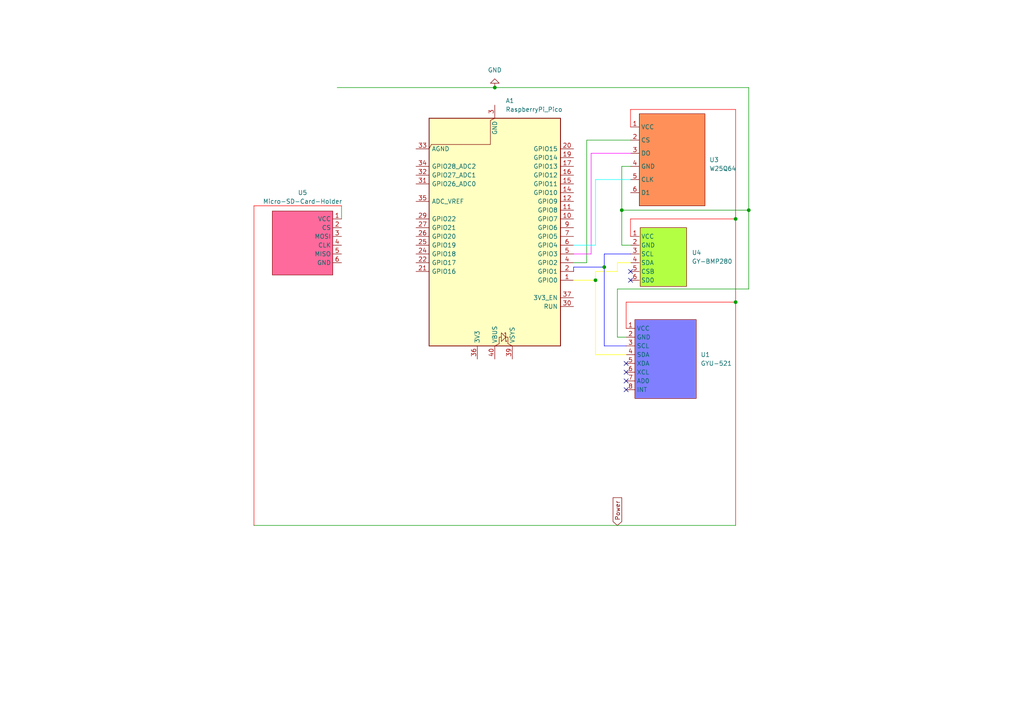
<source format=kicad_sch>
(kicad_sch (version 20250114) (generator "eeschema") (generator_version "9.0")
  (paper "A4")
  (lib_symbols
    (symbol "FlightComputerV1Parts:DollaTek W25Q64"
      (property "Reference" "U" (at 4.318 -2.794 0))
      (property "Value" "W25Q64" (at 4.826 -5.334 0))
      (symbol "DollaTek W25Q64_1_1"
        (rectangle (start -5.08 11.43) (end 13.97 -15.24) (fill (type color) (color 255 144 89 1)))
        (pin power_in line (at -7.62 7.62 0) (length 2.54) (name "VCC") (number "1"))
        (pin input line (at -7.62 3.81 0) (length 2.54) (name "CS") (number "2"))
        (pin output line (at -7.62 0 0) (length 2.54) (name "DO") (number "3"))
        (pin power_in line (at -7.62 -3.81 0) (length 2.54) (name "GND") (number "4"))
        (pin passive line (at -7.62 -7.62 0) (length 2.54) (name "CLK") (number "5"))
        (pin input line (at -7.62 -11.43 0) (length 2.54) (name "D1") (number "6"))
      )
    )
    (symbol "FlightComputerV1Parts:GY-521_MPU6050"
      (property "Reference" "U" (at 9.906 -9.652 0))
      (property "Value" "GYU-521" (at 9.906 -4.318 0))
      (symbol "GY-521_MPU6050_1_1"
        (rectangle (start 0 2.54) (end 17.78 -20.32) (fill (type color) (color 127 127 255 1)))
        (pin power_in line (at -2.54 0 0) (length 2.54) (name "VCC") (number "1"))
        (pin power_in line (at -2.54 -2.54 0) (length 2.54) (name "GND") (number "2"))
        (pin output line (at -2.54 -5.08 0) (length 2.54) (name "SCL") (number "3"))
        (pin bidirectional line (at -2.54 -7.62 0) (length 2.54) (name "SDA") (number "4"))
        (pin bidirectional line (at -2.54 -10.16 0) (length 2.54) (name "XDA") (number "5"))
        (pin output line (at -2.54 -12.7 0) (length 2.54) (name "XCL") (number "6"))
        (pin input line (at -2.54 -15.24 0) (length 2.54) (name "AD0") (number "7"))
        (pin output line (at -2.54 -17.78 0) (length 2.54) (name "INT") (number "8"))
      )
    )
    (symbol "FlightComputerV1Parts:GY-BMP280"
      (property "Reference" "U" (at 6.858 3.302 0))
      (property "Value" "GY-BMP280" (at 7.62 -0.254 0))
      (symbol "GY-BMP280_1_1"
        (rectangle (start -1.016 8.89) (end 12.446 -8.128) (fill (type color) (color 179 255 67 1)))
        (pin power_in line (at -3.81 6.35 0) (length 2.54) (name "VCC") (number "1"))
        (pin power_out line (at -3.81 3.81 0) (length 2.54) (name "GND") (number "2"))
        (pin input line (at -3.81 1.27 0) (length 2.54) (name "SCL") (number "3"))
        (pin bidirectional line (at -3.81 -1.27 0) (length 2.54) (name "SDA") (number "4"))
        (pin power_in line (at -3.81 -3.81 0) (length 2.54) (name "CSB") (number "5"))
        (pin passive line (at -3.81 -6.35 0) (length 2.54) (name "SD0") (number "6"))
      )
    )
    (symbol "FlightComputerV1Parts:Micro-SD-card-holder_"
      (property "Reference" "U" (at -11.43 -2.032 0))
      (property "Value" "Micro-SD-Card-Holder" (at -10.922 6.858 0))
      (symbol "Micro-SD-card-holder__1_1"
        (rectangle (start -18.796 4.826) (end -1.27 -13.716) (fill (type color) (color 255 106 156 1)))
        (pin input line (at 1.27 2.54 180) (length 2.54) (name "VCC") (number "1"))
        (pin input line (at 1.27 0 180) (length 2.54) (name "CS") (number "2"))
        (pin input line (at 1.27 -2.54 180) (length 2.54) (name "MOSI") (number "3"))
        (pin input line (at 1.27 -5.08 180) (length 2.54) (name "CLK") (number "4"))
        (pin output line (at 1.27 -7.62 180) (length 2.54) (name "MISO") (number "5"))
        (pin power_in line (at 1.27 -10.16 180) (length 2.54) (name "GND") (number "6"))
      )
    )
    (symbol "MCU_Module:RaspberryPi_Pico" (pin_names (offset 0.762))
      (property "Reference" "A" (at -19.05 35.56 0))
      (property "Value" "RaspberryPi_Pico" (at 7.62 35.56 0))
      (symbol "RaspberryPi_Pico_0_1"
        (rectangle (start -19.05 34.29) (end 19.05 -31.75) (stroke (width 0.254)) (fill (type background)))
        (polyline (pts (xy -5.08 34.29) (xy -3.81 33.655) (xy -3.81 31.75) (xy -3.175 31.75)))
        (polyline (pts (xy -3.429 32.766) (xy -3.429 33.02) (xy -3.175 33.02) (xy -3.175 30.48) (xy -2.921 30.48) (xy -2.921 30.734)))
        (polyline (pts (xy -3.175 31.75) (xy -1.905 33.02) (xy -1.905 30.48) (xy -3.175 31.75)))
        (polyline (pts (xy 0 34.29) (xy -1.27 33.655) (xy -1.27 31.75) (xy -1.905 31.75)))
        (polyline (pts (xy 0 -31.75) (xy 1.27 -31.115) (xy 1.27 -24.13) (xy 18.415 -24.13) (xy 19.05 -22.86)))
      )
      (symbol "RaspberryPi_Pico_1_1"
        (pin passive line (at -22.86 22.86 0) (length 3.81) (name "RUN") (number "30"))
        (pin passive line (at -22.86 20.32 0) (length 3.81) (name "3V3_EN") (number "37"))
        (pin bidirectional line (at -22.86 15.24 0) (length 3.81) (name "GPIO0") (number "1"))
        (pin bidirectional line (at -22.86 12.7 0) (length 3.81) (name "GPIO1") (number "2"))
        (pin bidirectional line (at -22.86 10.16 0) (length 3.81) (name "GPIO2") (number "4"))
        (pin bidirectional line (at -22.86 7.62 0) (length 3.81) (name "GPIO3") (number "5"))
        (pin bidirectional line (at -22.86 5.08 0) (length 3.81) (name "GPIO4") (number "6"))
        (pin bidirectional line (at -22.86 2.54 0) (length 3.81) (name "GPIO5") (number "7"))
        (pin bidirectional line (at -22.86 0 0) (length 3.81) (name "GPIO6") (number "9"))
        (pin bidirectional line (at -22.86 -2.54 0) (length 3.81) (name "GPIO7") (number "10"))
        (pin bidirectional line (at -22.86 -5.08 0) (length 3.81) (name "GPIO8") (number "11"))
        (pin bidirectional line (at -22.86 -7.62 0) (length 3.81) (name "GPIO9") (number "12"))
        (pin bidirectional line (at -22.86 -10.16 0) (length 3.81) (name "GPIO10") (number "14"))
        (pin bidirectional line (at -22.86 -12.7 0) (length 3.81) (name "GPIO11") (number "15"))
        (pin bidirectional line (at -22.86 -15.24 0) (length 3.81) (name "GPIO12") (number "16"))
        (pin bidirectional line (at -22.86 -17.78 0) (length 3.81) (name "GPIO13") (number "17"))
        (pin bidirectional line (at -22.86 -20.32 0) (length 3.81) (name "GPIO14") (number "19"))
        (pin bidirectional line (at -22.86 -22.86 0) (length 3.81) (name "GPIO15") (number "20"))
        (pin power_in line (at -5.08 38.1 270) (length 3.81) (name "VSYS") (number "39"))
        (pin power_out line (at 0 38.1 270) (length 3.81) (name "VBUS") (number "40"))
        (pin passive line (at 0 -35.56 90) (length 3.81) (hide yes) (name "GND") (number "13"))
        (pin passive line (at 0 -35.56 90) (length 3.81) (hide yes) (name "GND") (number "18"))
        (pin passive line (at 0 -35.56 90) (length 3.81) (hide yes) (name "GND") (number "23"))
        (pin passive line (at 0 -35.56 90) (length 3.81) (hide yes) (name "GND") (number "28"))
        (pin power_out line (at 0 -35.56 90) (length 3.81) (name "GND") (number "3"))
        (pin passive line (at 0 -35.56 90) (length 3.81) (hide yes) (name "GND") (number "38"))
        (pin passive line (at 0 -35.56 90) (length 3.81) (hide yes) (name "GND") (number "8"))
        (pin power_out line (at 5.08 38.1 270) (length 3.81) (name "3V3") (number "36"))
        (pin bidirectional line (at 22.86 12.7 180) (length 3.81) (name "GPIO16") (number "21"))
        (pin bidirectional line (at 22.86 10.16 180) (length 3.81) (name "GPIO17") (number "22"))
        (pin bidirectional line (at 22.86 7.62 180) (length 3.81) (name "GPIO18") (number "24"))
        (pin bidirectional line (at 22.86 5.08 180) (length 3.81) (name "GPIO19") (number "25"))
        (pin bidirectional line (at 22.86 2.54 180) (length 3.81) (name "GPIO20") (number "26"))
        (pin bidirectional line (at 22.86 0 180) (length 3.81) (name "GPIO21") (number "27"))
        (pin bidirectional line (at 22.86 -2.54 180) (length 3.81) (name "GPIO22") (number "29"))
        (pin power_in line (at 22.86 -7.62 180) (length 3.81) (name "ADC_VREF") (number "35"))
        (pin bidirectional line (at 22.86 -12.7 180) (length 3.81) (name "GPIO26_ADC0") (number "31"))
        (pin bidirectional line (at 22.86 -15.24 180) (length 3.81) (name "GPIO27_ADC1") (number "32"))
        (pin bidirectional line (at 22.86 -17.78 180) (length 3.81) (name "GPIO28_ADC2") (number "34"))
        (pin power_out line (at 22.86 -22.86 180) (length 3.81) (name "AGND") (number "33"))
      )
    )
    (symbol "power:GND" (power) (pin_numbers (hide yes)) (pin_names (offset 0) (hide yes))
      (property "Value" "GND" (at 0 -3.81 0))
      (symbol "GND_0_1"
        (polyline (pts (xy 0 0) (xy 0 -1.27) (xy 1.27 -1.27) (xy 0 -2.54) (xy -1.27 -1.27) (xy 0 -1.27)))
      )
      (symbol "GND_1_1"
        (pin power_in line (at 0 0 270) (length 0) (name "~") (number "1"))
      )
    )
  )
  (junction (at 217.17 60.96))
  (junction (at 213.36 63.5))
  (junction (at 175.26 77.47))
  (junction (at 180.34 60.96))
  (junction (at 143.51 25.4))
  (junction (at 172.72 81.28))
  (junction (at 213.36 87.63))
  (no_connect (at 181.61 110.49))
  (no_connect (at 181.61 113.03))
  (no_connect (at 182.88 81.28))
  (no_connect (at 182.88 78.74))
  (no_connect (at 181.61 107.95))
  (no_connect (at 181.61 105.41))
  (wire (pts (xy 175.26 73.66) (xy 175.26 77.47)) (stroke (width 0) (color 0 0 255 1)))
  (wire (pts (xy 180.34 60.96) (xy 217.17 60.96)))
  (wire (pts (xy 180.34 71.12) (xy 180.34 60.96)))
  (wire (pts (xy 182.88 63.5) (xy 213.36 63.5)) (stroke (width 0) (color 255 0 0 1)))
  (wire (pts (xy 181.61 87.63) (xy 213.36 87.63)) (stroke (width 0) (color 255 0 0 1)))
  (wire (pts (xy 99.06 63.5) (xy 99.06 59.69)))
  (wire (pts (xy 181.61 100.33) (xy 175.26 100.33)) (stroke (width 0) (color 0 0 255 1)))
  (wire (pts (xy 97.79 25.4) (xy 143.51 25.4)))
  (wire (pts (xy 175.26 77.47) (xy 166.37 77.47)) (stroke (width 0) (color 0 0 255 1)))
  (wire (pts (xy 179.07 78.74) (xy 172.72 78.74)) (stroke (width 0) (color 255 255 0 1)))
  (wire (pts (xy 172.72 71.12) (xy 166.37 71.12)) (stroke (width 0) (color 0 255 255 1)))
  (wire (pts (xy 217.17 60.96) (xy 217.17 25.4)))
  (wire (pts (xy 179.07 76.2) (xy 179.07 78.74)) (stroke (width 0) (color 255 255 0 1)))
  (wire (pts (xy 182.88 73.66) (xy 175.26 73.66)) (stroke (width 0) (color 0 0 255 1)))
  (wire (pts (xy 181.61 102.87) (xy 172.72 102.87)) (stroke (width 0) (color 255 255 0 1)))
  (wire (pts (xy 166.37 81.28) (xy 172.72 81.28)) (stroke (width 0) (color 255 255 0 1)))
  (wire (pts (xy 182.88 40.64) (xy 170.18 40.64)))
  (wire (pts (xy 217.17 83.82) (xy 217.17 60.96)))
  (wire (pts (xy 73.66 152.4) (xy 213.36 152.4)))
  (wire (pts (xy 172.72 52.07) (xy 172.72 71.12)) (stroke (width 0) (color 0 255 255 1)))
  (wire (pts (xy 213.36 31.75) (xy 182.88 31.75)) (stroke (width 0) (color 255 0 0 1)))
  (wire (pts (xy 181.61 95.25) (xy 181.61 87.63)) (stroke (width 0) (color 255 0 0 1)))
  (wire (pts (xy 180.34 71.12) (xy 182.88 71.12)))
  (wire (pts (xy 171.45 44.45) (xy 171.45 73.66)) (stroke (width 0) (color 255 0 255 1)))
  (wire (pts (xy 171.45 73.66) (xy 166.37 73.66)) (stroke (width 0) (color 255 0 255 1)))
  (wire (pts (xy 172.72 81.28) (xy 172.72 102.87)) (stroke (width 0) (color 255 255 0 1)))
  (wire (pts (xy 213.36 87.63) (xy 213.36 152.4)) (stroke (width 0) (color 255 0 0 1)))
  (wire (pts (xy 172.72 78.74) (xy 172.72 81.28)) (stroke (width 0) (color 255 255 0 1)))
  (wire (pts (xy 180.34 48.26) (xy 180.34 60.96)))
  (wire (pts (xy 170.18 40.64) (xy 170.18 76.2)))
  (wire (pts (xy 213.36 63.5) (xy 213.36 87.63)) (stroke (width 0) (color 255 0 0 1)))
  (wire (pts (xy 166.37 77.47) (xy 166.37 78.74)) (stroke (width 0) (color 0 0 255 1)))
  (wire (pts (xy 182.88 48.26) (xy 180.34 48.26)))
  (wire (pts (xy 182.88 68.58) (xy 182.88 63.5)) (stroke (width 0) (color 255 0 0 1)))
  (wire (pts (xy 182.88 76.2) (xy 179.07 76.2)) (stroke (width 0) (color 255 255 0 1)))
  (wire (pts (xy 182.88 44.45) (xy 171.45 44.45)) (stroke (width 0) (color 255 0 255 1)))
  (wire (pts (xy 182.88 31.75) (xy 182.88 36.83)) (stroke (width 0) (color 255 0 0 1)))
  (wire (pts (xy 179.07 97.79) (xy 179.07 83.82)))
  (wire (pts (xy 181.61 97.79) (xy 179.07 97.79)))
  (wire (pts (xy 213.36 63.5) (xy 213.36 31.75)) (stroke (width 0) (color 255 0 0 1)))
  (wire (pts (xy 99.06 59.69) (xy 73.66 59.69)) (stroke (width 0) (color 255 0 0 1)))
  (wire (pts (xy 73.66 59.69) (xy 73.66 152.4)) (stroke (width 0) (color 255 0 0 1)))
  (wire (pts (xy 143.51 25.4) (xy 217.17 25.4)))
  (wire (pts (xy 175.26 77.47) (xy 175.26 100.33)) (stroke (width 0) (color 0 0 255 1)))
  (wire (pts (xy 179.07 83.82) (xy 217.17 83.82)))
  (wire (pts (xy 182.88 52.07) (xy 172.72 52.07)) (stroke (width 0) (color 0 255 255 1)))
  (wire (pts (xy 170.18 76.2) (xy 166.37 76.2)))
  (global_label "Power" (shape input) (at 179.07 152.4 90) (property "Intersheetrefs" "${INTERSHEET_REFS}" (effects (hide yes))))
  (symbol (lib_id "FlightComputerV1Parts:Micro-SD-card-holder_") (at 97.79 66.04 0) (unit 1)
    (property "Reference" "U5" (at 87.757 55.88 0))
    (property "Value" "Micro-SD-Card-Holder" (at 87.757 58.42 0))
  )
  (symbol (lib_id "FlightComputerV1Parts:GY-521_MPU6050") (at 184.15 95.25 0) (unit 1)
    (property "Reference" "U1" (at 203.2 102.8699 0) (effects (justify left)))
    (property "Value" "GYU-521" (at 203.2 105.4099 0) (effects (justify left)))
  )
  (symbol (lib_id "FlightComputerV1Parts:DollaTek W25Q64") (at 190.5 44.45 0) (unit 1)
    (property "Reference" "U3" (at 205.74 46.3549 0) (effects (justify left)))
    (property "Value" "W25Q64" (at 205.74 48.8949 0) (effects (justify left)))
    (property "Footprint" "FlightComputerV1_footprints:W25Q64" (effects (hide yes)))
  )
  (symbol (lib_id "FlightComputerV1Parts:GY-BMP280") (at 186.69 74.93 0) (unit 1)
    (property "Reference" "U4" (at 200.66 73.2789 0) (effects (justify left)))
    (property "Value" "GY-BMP280" (at 200.66 75.8189 0) (effects (justify left)))
  )
  (symbol (lib_id "MCU_Module:RaspberryPi_Pico") (at 143.51 66.04 180) (unit 1)
    (property "Reference" "A1" (at 146.6281 29.21 0) (effects (justify right)))
    (property "Value" "RaspberryPi_Pico" (at 146.6281 31.75 0) (effects (justify right)))
    (property "Footprint" "Module:RaspberryPi_Pico_Common_Unspecified" (effects (hide yes)))
    (property "Datasheet" "https://datasheets.raspberrypi.com/pico/pico-datasheet.pdf" (effects (hide yes)))
    (property "Description" "Versatile and inexpensive microcontroller module powered by RP2040 dual-core Arm Cortex-M0+ processor up to 133 MHz, 264kB SRAM, 2MB QSPI flash; also supports Raspberry Pi Pico 2" (effects (hide yes)))
  )
  (symbol (lib_id "power:GND") (at 143.51 25.4 180) (unit 1)
    (property "Reference" "#PWR01" (effects (hide yes)))
    (property "Value" "GND" (at 143.51 20.32 0))
    (property "Description" "Power symbol creates a global label with name \"GND\" , ground" (effects (hide yes)))
  )
)
</source>
